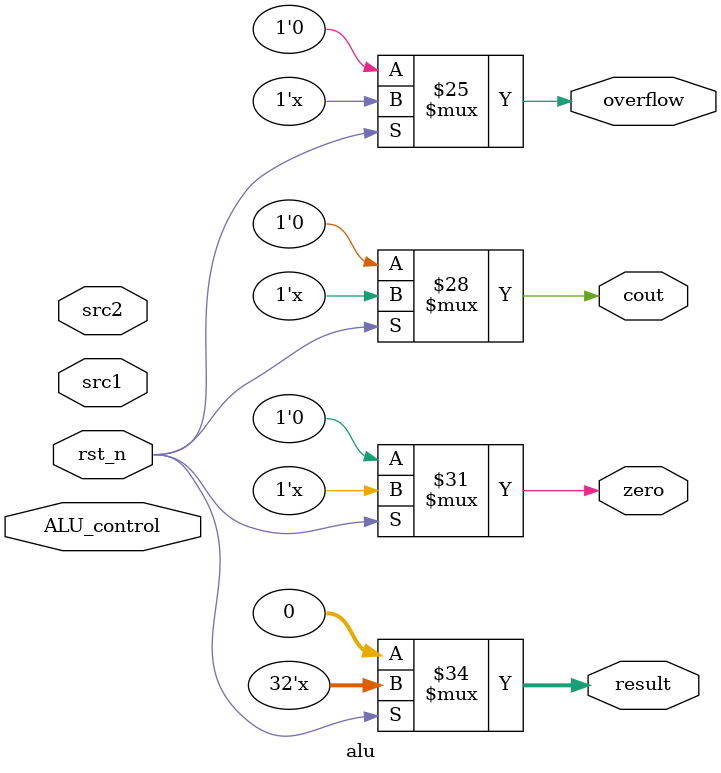
<source format=v>
/***************************************************
Student Name:	¬I®a»ô ¤ý°öºÓ
Student ID:	0716241 0816137
***************************************************/
`timescale 1ns/1ps

module alu(
	input                   rst_n,         // negative reset            (input)
	input	     		[32-1:0]	src1,          // 32 bits source 1          (input)
	input	     		[32-1:0]	src2,          // 32 bits source 2          (input)
	input 	      [ 4-1:0] ALU_control,   // 4 bits ALU control input  (input)
	output reg   	[32-1:0]	result,        // 32 bits result            (output)
	output reg              zero,          // 1 bit when the output is 0, zero must be set (output)
	output reg              cout,          // 1 bit carry out           (output)
	output reg              overflow       // 1 bit overflow            (output)
	);
/* Write your code HERE */
reg [33-1:0]result_k;
reg zero_k;
reg overflow_k;
reg cout_k;
reg [31:0]result_c31;
reg [32:0]result_c32;
reg res_and,res_or,res_add;
integer intger_n;
always@(*)
begin
	case(ALU_control)
		4'b0000://add addi
		begin
			result_k<=src1+src2;
			result_c31<=src1[30:0]+src2[30:0];
			result_c32<=src1+src2;
			zero_k<=0;
			cout_k<=result_k[32];
			overflow_k<=result_c31[31]^result_c32[32];
		end
		4'b0111://sub
		begin
			result_k<=src1-src2;
			result_c31<=src1[30:0]-src2[30:0];
			result_c32<=src1-src2;
			zero_k<=0;
			cout_k<=result_k[32];
			overflow_k<=result_c31[31]^result_c32[32];
		end
		4'b0001://and andi
		begin
			result_k<=src1&src2;
			zero_k<=0;
			cout_k<=0;
			overflow_k<=0;
		end
		4'b0010://or ori
		begin
			result_k<=src1|src2;
			zero_k<=0;
			cout_k<=0;
			overflow_k<=0;
		end
		4'b0011://xor
		begin
			result_k<=(src1)^(src2);
			zero_k<=0;
			cout_k<=0;
			overflow_k<=0;
		end
		4'b0100://slt slti
		begin
			result_c31<=src1-src2;
			if(result_c31[31]==1)
				result_k<=1;
			else
				result_k<=0;
			zero_k<=0;
			cout_k<=0;
			overflow_k<=result_c31[31]^result_c32[32];
		end
		4'b0101://sll slli
		begin
			intger_n<=src2;
			result_k<=(src1)<<intger_n;
			zero_k<=0;
			cout_k<=0;
			overflow_k<=0;
		end
		4'b0110://sra
		begin
			intger_n<=src2;
			result_k<=(src1)>>>src2;
			zero_k<=0;
			cout_k<=0;
			overflow_k<=0;
		end	
		4'b1110://srli
		begin
			intger_n<=src2;
			result_k<=(src1)>>src2;
			zero_k<=0;
			cout_k<=0;
			overflow_k<=0;
		end	
		4'b1110://beq
		begin
			result_k<=src1-src2;
			if(result_k==0)
				zero_k<=1;
			else
				zero_k<=0;
			cout_k<=0;
			overflow_k<=0;
		end
		4'b1111://bne
		begin
			result_k<=src1-src2;
			if(result_k!=0)
				zero_k<=1;
			else
				zero_k<=0;
			cout_k<=0;
			overflow_k<=0;
		end
	endcase
	if(rst_n==0)
	begin
		result<= 0;
		zero<= 0;
		cout<= 0;
		overflow<= 0;
	end
	else
	begin
		result<=result_k;
		zero<=zero_k;
		cout<=cout_k;
		overflow<=overflow_k;
	end
end
endmodule

</source>
